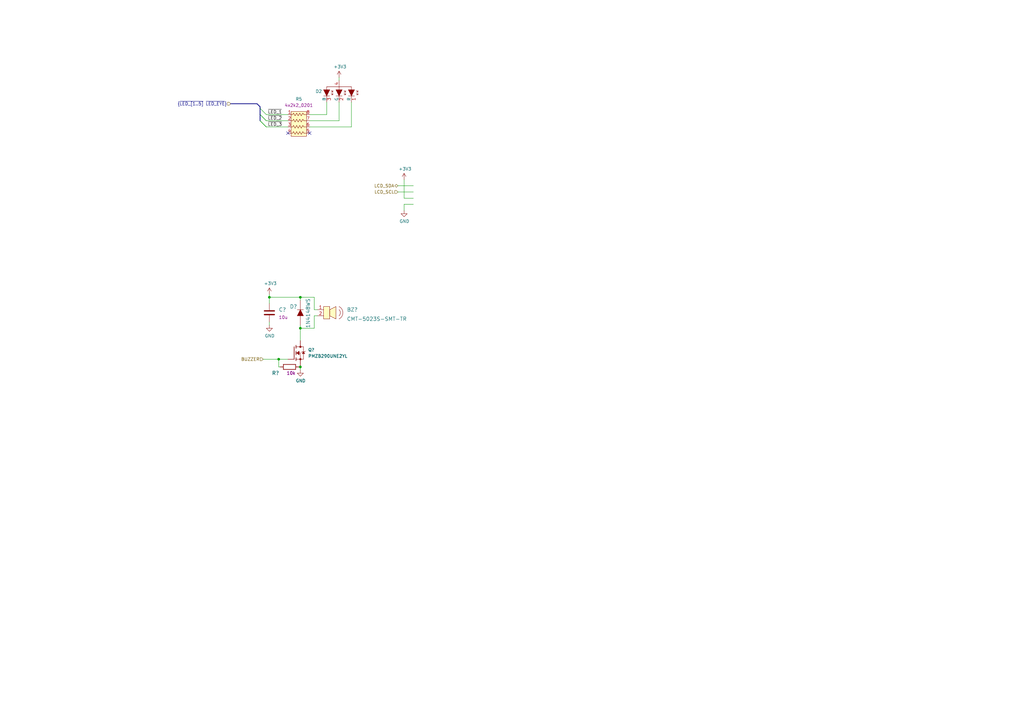
<source format=kicad_sch>
(kicad_sch (version 20211123) (generator eeschema)
  (paper "A3")
  (lib_symbols
    (symbol "antmicroAlarmsBuzzersandSirens:CMT-5023S-SMT-TR" (pin_names (offset 0.0254))
      (property "Reference" "BZ" (at 0 5.08 0))
      (property "Value" "CMT-5023S-SMT-TR" (at -2.54 -2.54 0))
      (symbol "CMT-5023S-SMT-TR_0_1"
        (polyline (pts (xy 2.54 2.54) (xy 5.08 3.81) (xy 5.08 -1.27) (xy 2.54 0) (xy 2.54 2.54)) (fill (type background)))
        (rectangle (start 0 3.81) (end 2.54 -1.27) (fill (type background)))
        (arc (start 6.35 -1.27) (mid 7.9198 1.27) (end 6.35 3.81))
        (arc (start 6.35 0) (mid 6.8761 1.27) (end 6.35 2.54))
      )
      (symbol "CMT-5023S-SMT-TR_1_1"
        (pin input line (at -2.54 2.54 0) (length 2.54) (name "~") (number "1"))
        (pin input line (at -2.54 0 0) (length 2.54) (name "~") (number "2"))
      )
    )
    (symbol "antmicroCapacitors0402:C_10u_0402" (pin_names (offset 0))
      (property "Reference" "C" (at -1.397 3.429 0))
      (property "Val" "10u" (at 0 -2.54 0))
      (symbol "C_10u_0402_1_1"
        (polyline (pts (xy -2.032 -0.762) (xy 2.032 -0.762)) (stroke (width 0.508)))
        (polyline (pts (xy -2.032 0.762) (xy 2.032 0.762)) (stroke (width 0.508)))
        (pin passive line (at 0 3.81 270) (length 2.794) (name "~") (number "1"))
        (pin passive line (at 0 -3.81 90) (length 2.794) (name "~") (number "2"))
      )
    )
    (symbol "antmicroDiodesRectifiersSingle:1N4148WS" (pin_numbers hide) (pin_names (offset 0) hide)
      (property "Reference" "D" (at 0 2.54 0))
      (property "Value" "1N4148WS" (at 0 -2.54 0))
      (symbol "1N4148WS_0_1"
        (polyline (pts (xy 1.27 1.27) (xy 1.27 -1.27)))
        (polyline (pts (xy -1.27 1.27) (xy -1.27 -1.27) (xy 1.27 0) (xy -1.27 1.27)) (fill (type outline)))
      )
      (symbol "1N4148WS_1_1"
        (pin passive line (at -5.08 0 0) (length 3.81) (name "~") (number "A"))
        (pin passive line (at 5.08 0 180) (length 3.81) (name "~") (number "K"))
      )
    )
    (symbol "antmicroLEDIndicationDiscrete:LTST-C19HE1WT" (pin_names (offset 0))
      (property "Reference" "D" (at -7.62 7.62 0))
      (symbol "LTST-C19HE1WT_0_1"
        (polyline (pts (xy -2.54 -6.35) (xy -2.54 -3.81)))
        (polyline (pts (xy -2.54 -1.27) (xy -2.54 1.27)))
        (polyline (pts (xy -2.54 3.81) (xy -2.54 6.35)))
        (polyline (pts (xy 0 -3.81) (xy 0 -6.35)))
        (polyline (pts (xy 0 0) (xy 1.27 0)))
        (polyline (pts (xy 0 1.27) (xy 0 -1.27)))
        (polyline (pts (xy 0 6.35) (xy 0 3.81)))
        (polyline (pts (xy 0 1.27) (xy -2.54 0) (xy 0 -1.27)) (fill (type outline)))
        (polyline (pts (xy 0 6.35) (xy -2.54 5.08) (xy 0 3.81)) (fill (type outline)))
        (polyline (pts (xy 0 -3.81) (xy -2.54 -5.08) (xy 0 -6.35) (xy 0 -6.096)) (fill (type outline)))
        (polyline (pts (xy 0 5.08) (xy 1.27 5.08) (xy 1.27 -5.08) (xy 0 -5.08)))
      )
      (symbol "LTST-C19HE1WT_1_1"
        (polyline (pts (xy -2.032 -2.54) (xy -2.032 -3.175)))
        (polyline (pts (xy -2.032 -2.54) (xy -1.397 -3.175)))
        (polyline (pts (xy -2.032 -2.54) (xy -1.397 -2.54)))
        (polyline (pts (xy -2.032 2.667) (xy -2.032 2.032)))
        (polyline (pts (xy -2.032 2.667) (xy -1.397 2.032)))
        (polyline (pts (xy -2.032 2.667) (xy -1.397 2.667)))
        (polyline (pts (xy -2.032 7.747) (xy -2.032 7.112)))
        (polyline (pts (xy -2.032 7.747) (xy -1.397 7.112)))
        (polyline (pts (xy -2.032 7.747) (xy -1.397 7.747)))
        (polyline (pts (xy -0.889 -2.54) (xy -0.889 -3.175)))
        (polyline (pts (xy -0.889 -2.54) (xy -0.254 -3.175)))
        (polyline (pts (xy -0.889 -2.54) (xy -0.254 -2.54)))
        (polyline (pts (xy -0.889 2.667) (xy -0.889 2.032)))
        (polyline (pts (xy -0.889 2.667) (xy -0.254 2.032)))
        (polyline (pts (xy -0.889 2.667) (xy -0.254 2.667)))
        (polyline (pts (xy -0.889 7.747) (xy -0.889 7.112)))
        (polyline (pts (xy -0.889 7.747) (xy -0.254 7.112)))
        (polyline (pts (xy -0.889 7.747) (xy -0.254 7.747)))
        (pin passive line (at -5.08 5.08 0) (length 2.54) (name "R") (number "1"))
        (pin passive line (at -5.08 0 0) (length 2.54) (name "G") (number "2"))
        (pin passive line (at -5.08 -5.08 0) (length 2.54) (name "B") (number "3"))
        (pin passive line (at 3.81 0 180) (length 2.54) (name "~") (number "4"))
      )
    )
    (symbol "antmicroResistorNetworksArrays:4x2k2_0201_array" (pin_names (offset 1.016))
      (property "Reference" "R" (at -5.08 13.97 0))
      (property "Val" "4x2k2_0201" (at 0 0 0))
      (symbol "4x2k2_0201_array_0_1"
        (rectangle (start -3.81 11.43) (end 2.54 1.27) (fill (type background)))
        (rectangle (start -1.27 8.89) (end -1.27 8.89))
        (polyline (pts (xy -3.81 7.62) (xy -3.175 7.62) (xy -2.794 8.255) (xy -2.159 7.112) (xy -1.524 8.255) (xy -0.889 7.112) (xy -0.254 8.255) (xy 0.381 7.112) (xy 1.016 8.255) (xy 1.397 7.62) (xy 2.413 7.62)))
      )
      (symbol "4x2k2_0201_array_1_1"
        (polyline (pts (xy -3.81 2.54) (xy -3.175 2.54) (xy -2.794 3.175) (xy -2.159 2.032) (xy -1.524 3.175) (xy -0.889 2.032) (xy -0.254 3.175) (xy 0.381 2.032) (xy 1.016 3.175) (xy 1.397 2.54) (xy 2.413 2.54)))
        (polyline (pts (xy -3.81 5.08) (xy -3.175 5.08) (xy -2.794 5.715) (xy -2.159 4.572) (xy -1.524 5.715) (xy -0.889 4.572) (xy -0.254 5.715) (xy 0.381 4.572) (xy 1.016 5.715) (xy 1.397 5.08) (xy 2.413 5.08)))
        (polyline (pts (xy -3.81 10.16) (xy -3.175 10.16) (xy -2.794 10.795) (xy -2.159 9.652) (xy -1.524 10.795) (xy -0.889 9.652) (xy -0.254 10.795) (xy 0.381 9.652) (xy 1.016 10.795) (xy 1.397 10.16) (xy 2.413 10.16)))
        (pin passive line (at -5.08 10.16 0) (length 1.27) (name "~") (number "1"))
        (pin passive line (at -5.08 7.62 0) (length 1.27) (name "~") (number "2"))
        (pin passive line (at -5.08 5.08 0) (length 1.27) (name "~") (number "3"))
        (pin passive line (at -5.08 2.54 0) (length 1.27) (name "~") (number "4"))
        (pin passive line (at 3.81 2.54 180) (length 1.27) (name "~") (number "5"))
        (pin passive line (at 3.81 5.08 180) (length 1.27) (name "~") (number "6"))
        (pin passive line (at 3.81 7.62 180) (length 1.27) (name "~") (number "7"))
        (pin passive line (at 3.81 10.16 180) (length 1.27) (name "~") (number "8"))
      )
    )
    (symbol "antmicroResistors0402:R_10k_0402" (pin_names (offset 0))
      (property "Reference" "R" (at -1.397 3.429 0))
      (property "Val" "10k" (at 0 -2.54 0))
      (symbol "R_10k_0402_1_1"
        (rectangle (start 2.54 -1.016) (end -2.54 1.016) (stroke (width 0.254)))
        (pin passive line (at -3.81 0 0) (length 1.27) (name "~") (number "1"))
        (pin passive line (at 3.81 0 180) (length 1.27) (name "~") (number "2"))
      )
    )
    (symbol "antmicroTransistorsFETsMOSFETsSingle:PMZB290UNE2YL" (pin_numbers hide) (pin_names (offset 1.016) hide)
      (property "Reference" "Q" (at 6.35 5.08 0))
      (property "Value" "PMZB290UNE2YL" (at 13.97 1.27 0))
      (symbol "PMZB290UNE2YL_0_0"
        (polyline (pts (xy 0 2.54) (xy 0 -2.54)) (stroke (width 0.254)))
        (polyline (pts (xy 0.762 -2.54) (xy 0.762 -3.175)) (stroke (width 0.254)))
        (polyline (pts (xy 0.762 -1.905) (xy 0.762 -2.54)) (stroke (width 0.254)))
        (polyline (pts (xy 0.762 0) (xy 0.762 -0.762)) (stroke (width 0.254)))
        (polyline (pts (xy 0.762 0) (xy 2.54 0)) (stroke (width 0.1524)))
        (polyline (pts (xy 0.762 0.762) (xy 0.762 0)) (stroke (width 0.254)))
        (polyline (pts (xy 0.762 2.54) (xy 0.762 1.905)) (stroke (width 0.254)))
        (polyline (pts (xy 0.762 2.54) (xy 3.81 2.54)) (stroke (width 0.1524)))
        (polyline (pts (xy 0.762 3.175) (xy 0.762 2.54)) (stroke (width 0.254)))
        (polyline (pts (xy 2.032 -0.762) (xy 1.0668 -0.0508)))
        (polyline (pts (xy 2.54 -2.54) (xy 0.762 -2.54)) (stroke (width 0.1524)))
        (polyline (pts (xy 2.54 -2.54) (xy 3.81 -2.54)) (stroke (width 0.1524)))
        (polyline (pts (xy 2.54 0) (xy 2.54 -2.54)) (stroke (width 0.1524)))
        (polyline (pts (xy 3.302 0.508) (xy 3.048 0.254)) (stroke (width 0.1524)))
        (polyline (pts (xy 3.81 0.508) (xy 3.302 0.508)) (stroke (width 0.1524)))
        (polyline (pts (xy 3.81 0.508) (xy 3.81 -2.54)) (stroke (width 0.1524)))
        (polyline (pts (xy 3.81 2.54) (xy 3.81 0.508)) (stroke (width 0.1524)))
        (polyline (pts (xy 4.318 0.508) (xy 3.81 0.508)) (stroke (width 0.1524)))
        (polyline (pts (xy 4.3434 -0.254) (xy 3.8608 0.4318)))
        (polyline (pts (xy 4.572 0.762) (xy 4.318 0.508)) (stroke (width 0.1524)))
        (polyline (pts (xy 1.016 0) (xy 2.032 0.762) (xy 2.032 -0.762)) (stroke (width 0.1524)) (fill (type outline)))
        (polyline (pts (xy 3.81 0.508) (xy 3.302 -0.254) (xy 4.318 -0.254)) (stroke (width 0.1524)) (fill (type outline)))
        (circle (center 2.54 -2.54) (radius 0.3556) (fill (type outline)))
        (circle (center 2.54 2.54) (radius 0.3556) (fill (type outline)))
        (pin passive line (at -2.54 -2.54 0) (length 2.54) (name "G") (number "1"))
        (pin passive line (at 2.54 -5.08 90) (length 2.54) (name "S") (number "2"))
        (pin passive line (at 2.54 5.08 270) (length 2.54) (name "D") (number "3"))
      )
    )
    (symbol "power:+3V3" (power) (pin_names (offset 0))
      (property "Value" "+3V3" (at 0 3.556 0))
      (symbol "+3V3_0_1"
        (polyline (pts (xy -0.762 1.27) (xy 0 2.54)))
        (polyline (pts (xy 0 0) (xy 0 2.54)))
        (polyline (pts (xy 0 2.54) (xy 0.762 1.27)))
      )
      (symbol "+3V3_1_1"
        (pin power_in line (at 0 0 90) (length 0) hide (name "+3V3") (number "1"))
      )
    )
    (symbol "power:GND" (power) (pin_names (offset 0))
      (property "Value" "GND" (at 0 -3.81 0))
      (symbol "GND_0_1"
        (polyline (pts (xy 0 0) (xy 0 -1.27) (xy 1.27 -1.27) (xy 0 -2.54) (xy -1.27 -1.27) (xy 0 -1.27)))
      )
      (symbol "GND_1_1"
        (pin power_in line (at 0 0 270) (length 0) hide (name "GND") (number "1"))
      )
    )
  )
  (junction (at 110.49 121.92))
  (junction (at 123.19 121.92))
  (junction (at 114.3 147.32))
  (junction (at 123.19 134.62))
  (junction (at 123.19 150.495))
  (no_connect (at 118.11 54.61))
  (no_connect (at 127 54.61))
  (bus_entry (at 106.68 49.53) (size 2.54 2.54))
  (bus_entry (at 106.68 46.99) (size 2.54 2.54))
  (bus_entry (at 106.68 44.45) (size 2.54 2.54))
  (bus_entry (at 106.68 46.99) (size 2.54 2.54))
  (bus_entry (at 106.68 49.53) (size 2.54 2.54))
  (wire (pts (xy 128.905 129.54) (xy 128.905 134.62)))
  (wire (pts (xy 144.145 52.07) (xy 127 52.07)))
  (wire (pts (xy 114.3 147.32) (xy 114.3 150.495)))
  (wire (pts (xy 122.555 150.495) (xy 123.19 150.495)))
  (wire (pts (xy 123.19 150.495) (xy 123.19 149.86)))
  (bus (pts (xy 106.68 44.45) (xy 106.68 46.99)))
  (wire (pts (xy 123.19 121.92) (xy 110.49 121.92)))
  (bus (pts (xy 94.615 42.545) (xy 105.41 42.545)))
  (wire (pts (xy 123.19 121.92) (xy 128.905 121.92)))
  (wire (pts (xy 127 46.99) (xy 133.985 46.99)))
  (wire (pts (xy 169.545 83.82) (xy 165.735 83.82)))
  (wire (pts (xy 128.905 129.54) (xy 130.175 129.54)))
  (wire (pts (xy 139.065 49.53) (xy 127 49.53)))
  (wire (pts (xy 110.49 132.08) (xy 110.49 133.35)))
  (wire (pts (xy 123.19 134.62) (xy 123.19 139.7)))
  (wire (pts (xy 109.22 46.99) (xy 118.11 46.99)))
  (wire (pts (xy 110.49 121.92) (xy 110.49 120.65)))
  (wire (pts (xy 144.145 41.91) (xy 144.145 52.07)))
  (bus (pts (xy 106.68 46.99) (xy 106.68 49.53)))
  (wire (pts (xy 107.95 147.32) (xy 114.3 147.32)))
  (wire (pts (xy 169.545 78.74) (xy 163.195 78.74)))
  (bus (pts (xy 106.68 43.815) (xy 106.68 44.45)))
  (wire (pts (xy 165.735 83.82) (xy 165.735 86.36)))
  (wire (pts (xy 128.905 121.92) (xy 128.905 127)))
  (wire (pts (xy 123.19 123.19) (xy 123.19 121.92)))
  (wire (pts (xy 109.22 52.07) (xy 118.11 52.07)))
  (wire (pts (xy 128.905 134.62) (xy 123.19 134.62)))
  (wire (pts (xy 114.3 147.32) (xy 118.11 147.32)))
  (wire (pts (xy 133.985 46.99) (xy 133.985 41.91)))
  (wire (pts (xy 114.935 150.495) (xy 114.3 150.495)))
  (wire (pts (xy 123.19 150.495) (xy 123.19 151.765)))
  (wire (pts (xy 169.545 76.2) (xy 163.195 76.2)))
  (wire (pts (xy 110.49 121.92) (xy 110.49 124.46)))
  (bus (pts (xy 105.41 42.545) (xy 106.68 43.815)))
  (wire (pts (xy 165.735 81.28) (xy 165.735 73.66)))
  (wire (pts (xy 123.19 133.35) (xy 123.19 134.62)))
  (wire (pts (xy 169.545 81.28) (xy 165.735 81.28)))
  (wire (pts (xy 109.22 49.53) (xy 118.11 49.53)))
  (wire (pts (xy 139.065 41.91) (xy 139.065 49.53)))
  (wire (pts (xy 139.065 31.75) (xy 139.065 33.02)))
  (wire (pts (xy 128.905 127) (xy 130.175 127)))
  (label "~{LED_1}" (at 109.855 46.99 0))
  (label "~{LED_3}" (at 109.855 52.07 0))
  (label "~{LED_2}" (at 109.855 49.53 0))
  (hierarchical_label "LCD_SCL" (shape input) (at 163.195 78.74 180))
  (hierarchical_label "{~{LED_[1..5]} ~{LED_EYE}}" (shape input) (at 94.615 42.545 180))
  (hierarchical_label "LCD_SDA" (shape bidirectional) (at 163.195 76.2 180))
  (hierarchical_label "BUZZER" (shape input) (at 107.95 147.32 180))
  (symbol (lib_id "power:+3V3") (at 165.735 73.66 0) (unit 1)
    (property "Reference" "#PWR0195" (effects hide))
    (property "Value" "+3V3" (at 166.116 69.2658 0))
  )
  (symbol (lib_id "power:GND") (at 165.735 86.36 0) (unit 1)
    (property "Reference" "#PWR0193" (effects hide))
    (property "Value" "GND" (at 165.862 90.7542 0))
  )
  (symbol (lib_id "power:+3V3") (at 110.49 120.65 0) (unit 1)
    (property "Reference" "#PWR0196" (effects hide))
    (property "Value" "+3V3" (at 110.871 116.2558 0))
  )
  (symbol (lib_id "power:GND") (at 123.19 151.765 0) (unit 1)
    (property "Reference" "#PWR0194" (effects hide))
    (property "Value" "GND" (at 123.317 156.1592 0))
  )
  (symbol (lib_id "antmicroTransistorsFETsMOSFETsSingle:PMZB290UNE2YL") (at 120.65 144.78 0) (unit 1)
    (property "Reference" "Q?" (at 126.365 143.5099 0) (effects (justify left)))
    (property "Value" "PMZB290UNE2YL" (at 126.365 146.0499 0) (effects (justify left)))
    (property "Footprint" "antmicro-footprints:SOT-883" (effects hide))
    (property "Datasheet" "https://d1d2qsbl8m0m72.cloudfront.net/en/products/databook/datasheet/discrete/transistor/mosfet/rv1c002un-e.pdf" (effects hide))
    (property "MPN" "PMZB290UNE2YL" (effects hide))
    (property "Manufacturer" "Nexperia" (effects hide))
  )
  (symbol (lib_id "antmicroResistors0402:R_10k_0402") (at 118.745 150.495 180) (unit 1)
    (property "Reference" "R?" (at 113.03 153.035 0) (effects (font (size 1.524 1.524))))
    (property "Value" "R_10k_0402" (effects hide))
    (property "Footprint" "antmicro-footprints:0402-res" (effects hide))
    (property "Manufacturer" "VISHAY" (effects hide))
    (property "MPN" "CRCW040210K0FKEDHP" (effects hide))
    (property "Val" "10k" (at 119.38 153.035 0))
  )
  (symbol (lib_id "power:GND") (at 110.49 133.35 0) (unit 1)
    (property "Reference" "#PWR?" (effects hide))
    (property "Value" "GND" (at 110.617 137.7442 0))
  )
  (symbol (lib_id "antmicroResistorNetworksArrays:4x2k2_0201_array") (at 123.19 57.15 0) (unit 1)
    (property "Reference" "R5" (at 122.555 40.64 0))
    (property "Value" "4x2k2_0201_array" (effects hide))
    (property "Footprint" "antmicro-footprints:EXB18V" (effects hide))
    (property "Datasheet" "http://industrial.panasonic.com/cdbs/www-data/pdf/AOC0000/AOC0000C14.pdf" (effects hide))
    (property "MPN" "EXB-18V222JX" (effects hide))
    (property "Manufacturer" "Panasonic" (effects hide))
    (property "Val" "4x2k2_0201" (at 122.555 43.18 0))
  )
  (symbol (lib_id "antmicroCapacitors0402:C_10u_0402") (at 110.49 128.27 0) (unit 1)
    (property "Reference" "C?" (at 114.3 127 0) (effects (font (size 1.524 1.524)) (justify left)))
    (property "Value" "C_10u_0402" (effects hide))
    (property "Footprint" "antmicro-footprints:0402-cap" (effects hide))
    (property "Manufacturer" "YAGEO" (effects hide))
    (property "MPN" "CC0402MRX5R5BB106" (effects hide))
    (property "Val" "10u" (at 114.3 130.1749 0) (effects (justify left)))
  )
  (symbol (lib_id "power:+3V3") (at 139.065 31.75 0) (unit 1)
    (property "Reference" "#PWR0115" (effects hide))
    (property "Value" "+3V3" (at 139.446 27.3558 0))
  )
  (symbol (lib_id "antmicroAlarmsBuzzersandSirens:CMT-5023S-SMT-TR") (at 132.715 129.54 0) (unit 1)
    (property "Reference" "BZ?" (at 142.24 127 0) (effects (font (size 1.524 1.524)) (justify left)))
    (property "Value" "CMT-5023S-SMT-TR" (at 142.24 130.81 0) (effects (font (size 1.524 1.524)) (justify left)))
    (property "Footprint" "antmicro-footprints:CMT5023SSMTTR" (effects hide))
    (property "Datasheet" "https://www.mouser.pl/datasheet/2/670/cmt_5023s_smt_tr-1776812.pdf" (effects hide))
    (property "Manufacturer" "CUI Devices" (effects hide))
    (property "MPN" "CMT-5023S-SMT-TR" (effects hide))
  )
  (symbol (lib_id "antmicroLEDIndicationDiscrete:LTST-C19HE1WT") (at 139.065 36.83 270) (mirror x) (unit 1)
    (property "Reference" "D2" (at 132.08 37.4649 90) (effects (justify right)))
    (property "Value" "LTST-C19HE1WT" (effects hide))
    (property "Footprint" "antmicro-footprints:LED_Dual0603" (effects hide))
    (property "Datasheet" "http://optoelectronics.liteon.com/upload/download/DS22-2008-0044/LTST-C19HE1WT.pdf" (effects hide))
    (property "MPN" "LTST-C19HE1WT" (effects hide))
    (property "Manufacturer" "Lite-On Inc." (effects hide))
  )
  (symbol (lib_id "antmicroDiodesRectifiersSingle:1N4148WS") (at 123.19 128.27 90) (unit 1)
    (property "Reference" "D?" (at 121.92 125.73 90) (effects (font (size 1.524 1.524)) (justify left)))
    (property "Value" "1N4148WS" (at 126.365 134.62 0) (effects (font (size 1.524 1.524)) (justify left)))
    (property "Footprint" "antmicro-footprints:SOD-323F" (effects hide))
    (property "Datasheet" "https://www.onsemi.com/pub/Collateral/1N914BWS-D.pdf" (effects hide))
    (property "MPN" "1N4148WS" (effects hide))
    (property "Manufacturer" "ON Semiconductor" (effects hide))
  )
)
</source>
